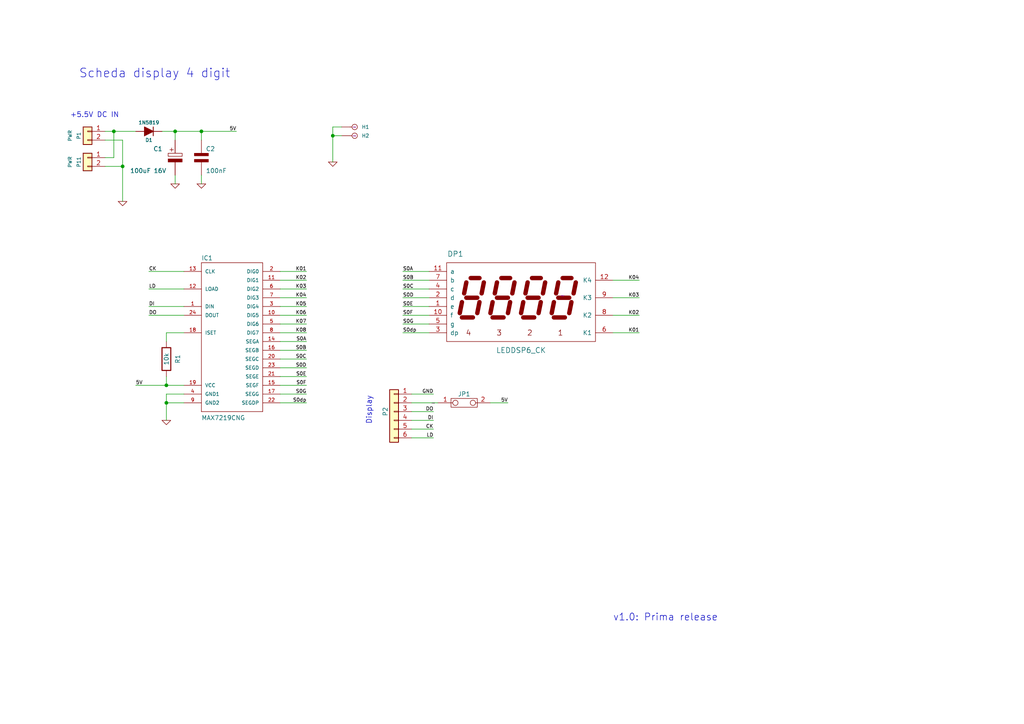
<source format=kicad_sch>
(kicad_sch (version 20210621) (generator eeschema)
  (paper "A4")
  (title_block (date "6 mar 2017") (rev "v1.0"))
  (lib_symbols
    (symbol "Connector_Generic:Conn_01x02" (pin_names (offset 1.016) hide)
      (property "Reference" "J" (at 0 2.54 0))
      (property "Value" "Conn_01x02" (at 0 -5.08 0))
      (symbol "Conn_01x02_1_1"
        (rectangle (start -1.27 -2.413) (end 0 -2.667) (stroke (width 0.1524)))
        (rectangle (start -1.27 0.127) (end 0 -0.127) (stroke (width 0.1524)))
        (rectangle (start -1.27 1.27) (end 1.27 -3.81) (stroke (width 0.254)) (fill (type background)))
        (pin passive line (at -5.08 0 0) (length 3.81) (name "Pin_1") (number "1"))
        (pin passive line (at -5.08 -2.54 0) (length 3.81) (name "Pin_2") (number "2"))
      )
    )
    (symbol "Connector_Generic:Conn_01x06" (pin_names (offset 1.016) hide)
      (property "Reference" "J" (at 0 7.62 0))
      (property "Value" "Conn_01x06" (at 0 -10.16 0))
      (symbol "Conn_01x06_1_1"
        (rectangle (start -1.27 -7.493) (end 0 -7.747) (stroke (width 0.1524)))
        (rectangle (start -1.27 -4.953) (end 0 -5.207) (stroke (width 0.1524)))
        (rectangle (start -1.27 -2.413) (end 0 -2.667) (stroke (width 0.1524)))
        (rectangle (start -1.27 0.127) (end 0 -0.127) (stroke (width 0.1524)))
        (rectangle (start -1.27 2.667) (end 0 2.413) (stroke (width 0.1524)))
        (rectangle (start -1.27 5.207) (end 0 4.953) (stroke (width 0.1524)))
        (rectangle (start -1.27 6.35) (end 1.27 -8.89) (stroke (width 0.254)) (fill (type background)))
        (pin passive line (at -5.08 5.08 0) (length 3.81) (name "Pin_1") (number "1"))
        (pin passive line (at -5.08 2.54 0) (length 3.81) (name "Pin_2") (number "2"))
        (pin passive line (at -5.08 0 0) (length 3.81) (name "Pin_3") (number "3"))
        (pin passive line (at -5.08 -2.54 0) (length 3.81) (name "Pin_4") (number "4"))
        (pin passive line (at -5.08 -5.08 0) (length 3.81) (name "Pin_5") (number "5"))
        (pin passive line (at -5.08 -7.62 0) (length 3.81) (name "Pin_6") (number "6"))
      )
    )
    (symbol "Device:D_Filled" (pin_numbers hide) (pin_names (offset 1.016) hide)
      (property "Reference" "D" (at 0 2.54 0))
      (property "Value" "D_Filled" (at 0 -2.54 0))
      (symbol "D_Filled_0_1"
        (polyline (pts (xy -1.27 1.27) (xy -1.27 -1.27)) (stroke (width 0.254)))
        (polyline (pts (xy 1.27 0) (xy -1.27 0)))
        (polyline (pts (xy 1.27 1.27) (xy 1.27 -1.27) (xy -1.27 0) (xy 1.27 1.27)) (stroke (width 0.254)) (fill (type outline)))
      )
      (symbol "D_Filled_1_1"
        (pin passive line (at -3.81 0 0) (length 2.54) (name "K") (number "1"))
        (pin passive line (at 3.81 0 180) (length 2.54) (name "A") (number "2"))
      )
    )
    (symbol "FSP-Display6-rescue:CONN_1" (pin_numbers hide) (pin_names (offset 0.762) hide)
      (property "Reference" "P" (at 2.032 0 0))
      (symbol "CONN_1_0_1"
        (polyline (pts (xy -0.762 0) (xy -1.27 0)))
        (circle (center 0 0) (radius 0.7874))
      )
      (symbol "CONN_1_1_1"
        (pin passive line (at -3.81 0 0) (length 2.54) (name "1") (number "1"))
      )
    )
    (symbol "FSP-Display6-rescue:GND" (power) (pin_names (offset 0))
      (symbol "GND_0_1"
        (polyline (pts (xy -1.27 0) (xy 0 -1.27) (xy 1.27 0) (xy -1.27 0)))
      )
      (symbol "GND_1_1"
        (pin power_in line (at 0 0 90) (length 0) hide (name "GND") (number "1"))
      )
    )
    (symbol "FSP-Display6-rescue:JUMPER2" (pin_names (offset 1.016))
      (property "Reference" "JP" (at 7.62 3.81 0))
      (property "Value" "JUMPER2" (at 7.62 -3.81 0))
      (symbol "JUMPER2_0_1"
        (rectangle (start 3.81 1.27) (end 11.43 -1.27))
        (circle (center 5.08 0) (radius 0.762))
        (circle (center 10.16 0) (radius 0.762))
      )
      (symbol "JUMPER2_1_1"
        (pin input line (at 0 0 0) (length 4.318) (name "~") (number "1"))
        (pin input line (at 15.24 0 180) (length 4.318) (name "~") (number "2"))
      )
    )
    (symbol "FSP-Display6-rescue:MAX7219CNG" (pin_names (offset 1.016))
      (property "Reference" "IC" (at -10.16 20.955 0))
      (property "Value" "MAX7219CNG" (at -10.16 -25.4 0))
      (symbol "MAX7219CNG_1_0"
        (polyline (pts (xy -10.16 -22.86) (xy 7.62 -22.86)))
        (polyline (pts (xy -10.16 20.32) (xy -10.16 -22.86)))
        (polyline (pts (xy 7.62 -22.86) (xy 7.62 20.32)))
        (polyline (pts (xy 7.62 20.32) (xy -10.16 20.32)))
      )
      (symbol "MAX7219CNG_1_1"
        (pin input line (at -15.24 7.62 0) (length 5.08) (name "DIN") (number "1"))
        (pin output line (at 12.7 5.08 180) (length 5.08) (name "DIG5") (number "10"))
        (pin output line (at 12.7 15.24 180) (length 5.08) (name "DIG1") (number "11"))
        (pin input line (at -15.24 12.7 0) (length 5.08) (name "LOAD") (number "12"))
        (pin input line (at -15.24 17.78 0) (length 5.08) (name "CLK") (number "13"))
        (pin output line (at 12.7 -2.54 180) (length 5.08) (name "SEGA") (number "14"))
        (pin output line (at 12.7 -15.24 180) (length 5.08) (name "SEGF") (number "15"))
        (pin output line (at 12.7 -5.08 180) (length 5.08) (name "SEGB") (number "16"))
        (pin output line (at 12.7 -17.78 180) (length 5.08) (name "SEGG") (number "17"))
        (pin input line (at -15.24 0 0) (length 5.08) (name "ISET") (number "18"))
        (pin power_in line (at -15.24 -15.24 0) (length 5.08) (name "VCC") (number "19"))
        (pin output line (at 12.7 17.78 180) (length 5.08) (name "DIG0") (number "2"))
        (pin output line (at 12.7 -7.62 180) (length 5.08) (name "SEGC") (number "20"))
        (pin output line (at 12.7 -12.7 180) (length 5.08) (name "SEGE") (number "21"))
        (pin output line (at 12.7 -20.32 180) (length 5.08) (name "SEGDP") (number "22"))
        (pin output line (at 12.7 -10.16 180) (length 5.08) (name "SEGD") (number "23"))
        (pin output line (at -15.24 5.08 0) (length 5.08) (name "DOUT") (number "24"))
        (pin output line (at 12.7 7.62 180) (length 5.08) (name "DIG4") (number "3"))
        (pin power_in line (at -15.24 -17.78 0) (length 5.08) (name "GND1") (number "4"))
        (pin output line (at 12.7 2.54 180) (length 5.08) (name "DIG6") (number "5"))
        (pin output line (at 12.7 12.7 180) (length 5.08) (name "DIG2") (number "6"))
        (pin output line (at 12.7 10.16 180) (length 5.08) (name "DIG3") (number "7"))
        (pin output line (at 12.7 0 180) (length 5.08) (name "DIG7") (number "8"))
        (pin power_in line (at -15.24 -20.32 0) (length 5.08) (name "GND2") (number "9"))
      )
    )
    (symbol "FSP-Display6-rescue:R" (pin_numbers hide) (pin_names (offset 0))
      (property "Reference" "R" (at 3.302 0 90))
      (property "Value" "R" (at 0 0 90))
      (symbol "R_0_1"
        (rectangle (start -1.27 3.302) (end 1.27 -3.302) (stroke (width 0.3048)))
      )
      (symbol "R_1_1"
        (pin passive line (at 0 5.08 270) (length 1.778) (name "~") (number "1"))
        (pin passive line (at 0 -5.08 90) (length 1.778) (name "~") (number "2"))
      )
    )
    (symbol "GCC_device:C" (pin_numbers hide) (pin_names (offset 0.254))
      (property "Reference" "C" (at 1.27 2.54 0))
      (property "Value" "C" (at 1.27 -2.54 0))
      (symbol "C_0_1"
        (rectangle (start -2.032 -0.508) (end 2.032 -1.27) (fill (type outline)))
        (rectangle (start -2.032 1.27) (end 2.032 0.508) (fill (type outline)))
      )
      (symbol "C_1_1"
        (pin passive line (at 0 5.08 270) (length 3.81) (name "~") (number "1"))
        (pin passive line (at 0 -5.08 90) (length 3.81) (name "~") (number "2"))
      )
    )
    (symbol "GCC_device:CAPAPOL" (pin_numbers hide) (pin_names (offset 0.254) hide)
      (property "Reference" "C" (at 1.27 2.54 0))
      (property "Value" "CAPAPOL" (at 1.27 -2.54 0))
      (symbol "CAPAPOL_0_1"
        (rectangle (start -2.032 -0.381) (end 2.032 -1.27) (fill (type outline)))
        (rectangle (start -2.032 1.27) (end 2.032 0.381))
        (polyline (pts (xy -1.524 2.286) (xy -0.508 2.286) (xy -0.508 2.286)))
        (polyline (pts (xy -1.016 2.794) (xy -1.016 1.778) (xy -1.016 2.032)))
      )
      (symbol "CAPAPOL_1_1"
        (pin passive line (at 0 5.08 270) (length 3.81) (name "~") (number "1"))
        (pin passive line (at 0 -5.08 90) (length 3.81) (name "~") (number "2"))
      )
    )
    (symbol "GCC_display:LEDDSP4_CK_6+6" (pin_names (offset 1.016))
      (property "Reference" "S" (at -20.32 11.43 0))
      (property "Value" "LEDDSP4_CK_6+6" (at 0 -15.24 0))
      (symbol "LEDDSP4_CK_6+6_0_0"
        (text "1" (at 11.43 -10.16 0) (effects (font (size 1.524 1.524))))
        (text "2" (at 2.54 -10.16 0) (effects (font (size 1.524 1.524))))
        (text "3" (at -6.35 -10.16 0) (effects (font (size 1.524 1.524))))
        (text "4" (at -15.24 -10.16 0) (effects (font (size 1.524 1.524))))
      )
      (symbol "LEDDSP4_CK_6+6_0_1"
        (rectangle (start -21.59 10.16) (end 21.59 -12.7))
        (polyline (pts (xy -17.145 -5.715) (xy -13.97 -5.715)) (stroke (width 1.27)))
        (polyline (pts (xy -17.145 -1.27) (xy -17.78 -4.445)) (stroke (width 1.27)))
        (polyline (pts (xy -16.51 1.27) (xy -15.875 4.445)) (stroke (width 1.27)))
        (polyline (pts (xy -15.875 0) (xy -12.7 0)) (stroke (width 1.27)))
        (polyline (pts (xy -14.605 5.715) (xy -12.065 5.715)) (stroke (width 1.27)))
        (polyline (pts (xy -12.065 -1.27) (xy -12.7 -4.445)) (stroke (width 1.27)))
        (polyline (pts (xy -11.43 -5.715) (xy -11.43 -5.715)) (stroke (width 1.27)))
        (polyline (pts (xy -11.43 1.27) (xy -10.795 4.445)) (stroke (width 1.27)))
        (polyline (pts (xy -8.255 -5.715) (xy -5.08 -5.715)) (stroke (width 1.27)))
        (polyline (pts (xy -8.255 -1.27) (xy -8.89 -4.445)) (stroke (width 1.27)))
        (polyline (pts (xy -7.62 1.27) (xy -6.985 4.445)) (stroke (width 1.27)))
        (polyline (pts (xy -6.985 0) (xy -3.81 0)) (stroke (width 1.27)))
        (polyline (pts (xy -5.715 5.715) (xy -3.175 5.715)) (stroke (width 1.27)))
        (polyline (pts (xy -3.175 -1.27) (xy -3.81 -4.445)) (stroke (width 1.27)))
        (polyline (pts (xy -2.54 -5.715) (xy -2.54 -5.715)) (stroke (width 1.27)))
        (polyline (pts (xy -2.54 1.27) (xy -1.905 4.445)) (stroke (width 1.27)))
        (polyline (pts (xy 0.635 -5.715) (xy 3.81 -5.715)) (stroke (width 1.27)))
        (polyline (pts (xy 0.635 -1.27) (xy 0 -4.445)) (stroke (width 1.27)))
        (polyline (pts (xy 1.27 1.27) (xy 1.905 4.445)) (stroke (width 1.27)))
        (polyline (pts (xy 1.905 0) (xy 5.08 0)) (stroke (width 1.27)))
        (polyline (pts (xy 3.175 5.715) (xy 5.715 5.715)) (stroke (width 1.27)))
        (polyline (pts (xy 5.715 -1.27) (xy 5.08 -4.445)) (stroke (width 1.27)))
        (polyline (pts (xy 6.35 -5.715) (xy 6.35 -5.715)) (stroke (width 1.27)))
        (polyline (pts (xy 6.35 1.27) (xy 6.985 4.445)) (stroke (width 1.27)))
        (polyline (pts (xy 9.525 -5.715) (xy 12.7 -5.715)) (stroke (width 1.27)))
        (polyline (pts (xy 9.525 -1.27) (xy 8.89 -4.445)) (stroke (width 1.27)))
        (polyline (pts (xy 10.16 1.27) (xy 10.795 4.445)) (stroke (width 1.27)))
        (polyline (pts (xy 10.795 0) (xy 13.97 0)) (stroke (width 1.27)))
        (polyline (pts (xy 12.065 5.715) (xy 14.605 5.715)) (stroke (width 1.27)))
        (polyline (pts (xy 14.605 -1.27) (xy 13.97 -4.445)) (stroke (width 1.27)))
        (polyline (pts (xy 15.24 -5.715) (xy 15.24 -5.715)) (stroke (width 1.27)))
        (polyline (pts (xy 15.24 1.27) (xy 15.875 4.445)) (stroke (width 1.27)))
      )
      (symbol "LEDDSP4_CK_6+6_1_1"
        (pin passive line (at -26.67 -2.54 0) (length 5.08) (name "e") (number "1"))
        (pin passive line (at -26.67 -5.08 0) (length 5.08) (name "f") (number "10"))
        (pin passive line (at -26.67 7.62 0) (length 5.08) (name "a") (number "11"))
        (pin passive line (at 26.67 5.08 180) (length 5.08) (name "K4") (number "12"))
        (pin passive line (at -26.67 0 0) (length 5.08) (name "d") (number "2"))
        (pin passive line (at -26.67 -10.16 0) (length 5.08) (name "dp") (number "3"))
        (pin passive line (at -26.67 2.54 0) (length 5.08) (name "c") (number "4"))
        (pin passive line (at -26.67 -7.62 0) (length 5.08) (name "g") (number "5"))
        (pin passive line (at 26.67 -10.16 180) (length 5.08) (name "K1") (number "6"))
        (pin passive line (at -26.67 5.08 0) (length 5.08) (name "b") (number "7"))
        (pin passive line (at 26.67 -5.08 180) (length 5.08) (name "K2") (number "8"))
        (pin passive line (at 26.67 0 180) (length 5.08) (name "K3") (number "9"))
      )
    )
  )
  (junction (at 33.02 38.1))
  (junction (at 35.56 48.26))
  (junction (at 48.26 111.76))
  (junction (at 48.26 116.84))
  (junction (at 50.8 38.1))
  (junction (at 58.42 38.1))
  (junction (at 96.52 39.37))
  (wire (pts (xy 30.48 38.1) (xy 33.02 38.1)))
  (wire (pts (xy 30.48 45.72) (xy 33.02 45.72)))
  (wire (pts (xy 30.48 48.26) (xy 35.56 48.26)))
  (wire (pts (xy 33.02 38.1) (xy 39.37 38.1)))
  (wire (pts (xy 33.02 45.72) (xy 33.02 38.1)))
  (wire (pts (xy 35.56 40.64) (xy 30.48 40.64)))
  (wire (pts (xy 35.56 40.64) (xy 35.56 48.26)))
  (wire (pts (xy 35.56 48.26) (xy 35.56 58.42)))
  (wire (pts (xy 39.37 111.76) (xy 48.26 111.76)))
  (wire (pts (xy 46.99 38.1) (xy 50.8 38.1)))
  (wire (pts (xy 48.26 96.52) (xy 48.26 99.06)))
  (wire (pts (xy 48.26 109.22) (xy 48.26 111.76)))
  (wire (pts (xy 48.26 111.76) (xy 53.34 111.76)))
  (wire (pts (xy 48.26 114.3) (xy 48.26 116.84)))
  (wire (pts (xy 48.26 116.84) (xy 48.26 121.92)))
  (wire (pts (xy 48.26 116.84) (xy 53.34 116.84)))
  (wire (pts (xy 50.8 38.1) (xy 50.8 40.64)))
  (wire (pts (xy 50.8 38.1) (xy 58.42 38.1)))
  (wire (pts (xy 50.8 50.8) (xy 50.8 53.34)))
  (wire (pts (xy 53.34 78.74) (xy 43.18 78.74)))
  (wire (pts (xy 53.34 83.82) (xy 43.18 83.82)))
  (wire (pts (xy 53.34 88.9) (xy 43.18 88.9)))
  (wire (pts (xy 53.34 91.44) (xy 43.18 91.44)))
  (wire (pts (xy 53.34 96.52) (xy 48.26 96.52)))
  (wire (pts (xy 53.34 114.3) (xy 48.26 114.3)))
  (wire (pts (xy 58.42 38.1) (xy 58.42 40.64)))
  (wire (pts (xy 58.42 38.1) (xy 68.58 38.1)))
  (wire (pts (xy 58.42 50.8) (xy 58.42 53.34)))
  (wire (pts (xy 81.28 78.74) (xy 88.9 78.74)))
  (wire (pts (xy 81.28 81.28) (xy 88.9 81.28)))
  (wire (pts (xy 81.28 83.82) (xy 88.9 83.82)))
  (wire (pts (xy 81.28 86.36) (xy 88.9 86.36)))
  (wire (pts (xy 81.28 88.9) (xy 88.9 88.9)))
  (wire (pts (xy 81.28 91.44) (xy 88.9 91.44)))
  (wire (pts (xy 81.28 93.98) (xy 88.9 93.98)))
  (wire (pts (xy 81.28 96.52) (xy 88.9 96.52)))
  (wire (pts (xy 81.28 99.06) (xy 88.9 99.06)))
  (wire (pts (xy 81.28 101.6) (xy 88.9 101.6)))
  (wire (pts (xy 81.28 104.14) (xy 88.9 104.14)))
  (wire (pts (xy 81.28 106.68) (xy 88.9 106.68)))
  (wire (pts (xy 81.28 109.22) (xy 88.9 109.22)))
  (wire (pts (xy 81.28 111.76) (xy 88.9 111.76)))
  (wire (pts (xy 81.28 114.3) (xy 88.9 114.3)))
  (wire (pts (xy 81.28 116.84) (xy 88.9 116.84)))
  (wire (pts (xy 96.52 36.83) (xy 96.52 39.37)))
  (wire (pts (xy 96.52 39.37) (xy 96.52 46.99)))
  (wire (pts (xy 96.52 39.37) (xy 99.06 39.37)))
  (wire (pts (xy 99.06 36.83) (xy 96.52 36.83)))
  (wire (pts (xy 116.84 78.74) (xy 124.46 78.74)))
  (wire (pts (xy 116.84 81.28) (xy 124.46 81.28)))
  (wire (pts (xy 116.84 83.82) (xy 124.46 83.82)))
  (wire (pts (xy 116.84 86.36) (xy 124.46 86.36)))
  (wire (pts (xy 116.84 88.9) (xy 124.46 88.9)))
  (wire (pts (xy 116.84 91.44) (xy 124.46 91.44)))
  (wire (pts (xy 116.84 93.98) (xy 124.46 93.98)))
  (wire (pts (xy 116.84 96.52) (xy 124.46 96.52)))
  (wire (pts (xy 119.38 116.84) (xy 127 116.84)))
  (wire (pts (xy 119.38 124.46) (xy 125.73 124.46)))
  (wire (pts (xy 125.73 114.3) (xy 119.38 114.3)))
  (wire (pts (xy 125.73 119.38) (xy 119.38 119.38)))
  (wire (pts (xy 125.73 121.92) (xy 119.38 121.92)))
  (wire (pts (xy 125.73 127) (xy 119.38 127)))
  (wire (pts (xy 142.24 116.84) (xy 147.32 116.84)))
  (wire (pts (xy 177.8 81.28) (xy 185.42 81.28)))
  (wire (pts (xy 177.8 86.36) (xy 185.42 86.36)))
  (wire (pts (xy 177.8 91.44) (xy 185.42 91.44)))
  (wire (pts (xy 177.8 96.52) (xy 185.42 96.52)))
  (text "+5.5V DC IN" (at 20.32 34.29 0) (effects (font (size 1.4732 1.4732)) (justify left bottom)))
  (text "Scheda display 4 digit" (at 22.86 22.86 0) (effects (font (size 2.54 2.54)) (justify left bottom)))
  (text "Display" (at 107.95 123.19 90) (effects (font (size 1.524 1.524)) (justify left bottom)))
  (text "v1.0: Prima release" (at 177.8 180.34 0) (effects (font (size 2.032 2.032)) (justify left bottom)))
  (label "5V" (at 39.37 111.76 0) (effects (font (size 1.016 1.016))))
  (label "CK" (at 43.18 78.74 0) (effects (font (size 1.016 1.016))))
  (label "LD" (at 43.18 83.82 0) (effects (font (size 1.016 1.016))))
  (label "DI" (at 43.18 88.9 0) (effects (font (size 1.016 1.016))))
  (label "DO" (at 43.18 91.44 0) (effects (font (size 1.016 1.016))))
  (label "5V" (at 68.58 38.1 180) (effects (font (size 1.016 1.016))))
  (label "K01" (at 88.9 78.74 180) (effects (font (size 1.016 1.016))))
  (label "K02" (at 88.9 81.28 180) (effects (font (size 1.016 1.016))))
  (label "K03" (at 88.9 83.82 180) (effects (font (size 1.016 1.016))))
  (label "K04" (at 88.9 86.36 180) (effects (font (size 1.016 1.016))))
  (label "K05" (at 88.9 88.9 180) (effects (font (size 1.016 1.016))))
  (label "K06" (at 88.9 91.44 180) (effects (font (size 1.016 1.016))))
  (label "K07" (at 88.9 93.98 180) (effects (font (size 1.016 1.016))))
  (label "K08" (at 88.9 96.52 180) (effects (font (size 1.016 1.016))))
  (label "S0A" (at 88.9 99.06 180) (effects (font (size 1.016 1.016))))
  (label "S0B" (at 88.9 101.6 180) (effects (font (size 1.016 1.016))))
  (label "S0C" (at 88.9 104.14 180) (effects (font (size 1.016 1.016))))
  (label "S0D" (at 88.9 106.68 180) (effects (font (size 1.016 1.016))))
  (label "S0E" (at 88.9 109.22 180) (effects (font (size 1.016 1.016))))
  (label "S0F" (at 88.9 111.76 180) (effects (font (size 1.016 1.016))))
  (label "S0G" (at 88.9 114.3 180) (effects (font (size 1.016 1.016))))
  (label "S0dp" (at 88.9 116.84 180) (effects (font (size 1.016 1.016))))
  (label "S0A" (at 116.84 78.74 0) (effects (font (size 1.016 1.016))))
  (label "S0B" (at 116.84 81.28 0) (effects (font (size 1.016 1.016))))
  (label "S0C" (at 116.84 83.82 0) (effects (font (size 1.016 1.016))))
  (label "S0D" (at 116.84 86.36 0) (effects (font (size 1.016 1.016))))
  (label "S0E" (at 116.84 88.9 0) (effects (font (size 1.016 1.016))))
  (label "S0F" (at 116.84 91.44 0) (effects (font (size 1.016 1.016))))
  (label "S0G" (at 116.84 93.98 0) (effects (font (size 1.016 1.016))))
  (label "S0dp" (at 116.84 96.52 0) (effects (font (size 1.016 1.016))))
  (label "GND" (at 125.73 114.3 180) (effects (font (size 1.016 1.016))))
  (label "DO" (at 125.73 119.38 180) (effects (font (size 1.016 1.016))))
  (label "DI" (at 125.73 121.92 180) (effects (font (size 1.016 1.016))))
  (label "CK" (at 125.73 124.46 180) (effects (font (size 1.016 1.016))))
  (label "LD" (at 125.73 127 180) (effects (font (size 1.016 1.016))))
  (label "5V" (at 147.32 116.84 180) (effects (font (size 1.016 1.016))))
  (label "K04" (at 185.42 81.28 180) (effects (font (size 1.016 1.016))))
  (label "K03" (at 185.42 86.36 180) (effects (font (size 1.016 1.016))))
  (label "K02" (at 185.42 91.44 180) (effects (font (size 1.016 1.016))))
  (label "K01" (at 185.42 96.52 180) (effects (font (size 1.016 1.016))))
  (symbol (lib_id "FSP-Display6-rescue:GND") (at 35.56 58.42 0) (unit 1)
    (property "Reference" "#PWR03" (effects hide))
    (property "Value" "GND" (effects hide))
  )
  (symbol (lib_id "FSP-Display6-rescue:GND") (at 48.26 121.92 0) (unit 1)
    (property "Reference" "#PWR05" (effects hide))
    (property "Value" "GND" (effects hide))
  )
  (symbol (lib_id "FSP-Display6-rescue:GND") (at 50.8 53.34 0) (unit 1)
    (property "Reference" "#PWR01" (effects hide))
    (property "Value" "GND" (effects hide))
  )
  (symbol (lib_id "FSP-Display6-rescue:GND") (at 58.42 53.34 0) (unit 1)
    (property "Reference" "#PWR02" (effects hide))
    (property "Value" "GND" (effects hide))
  )
  (symbol (lib_id "FSP-Display6-rescue:GND") (at 96.52 46.99 0) (unit 1)
    (property "Reference" "#PWR0101" (effects hide))
    (property "Value" "GND" (effects hide))
  )
  (symbol (lib_id "FSP-Display6-rescue:CONN_1") (at 102.87 36.83 0) (unit 1)
    (property "Reference" "H1" (at 104.902 36.83 0) (effects (font (size 1.016 1.016)) (justify left)))
    (property "Value" "CONN_1" (effects hide))
    (property "Footprint" "MountingHole:MountingHole_3.2mm_M3" (effects hide))
    (property "Datasheet" "~" (at 102.87 36.83 0) (effects (font (size 1.524 1.524))))
  )
  (symbol (lib_id "FSP-Display6-rescue:CONN_1") (at 102.87 39.37 0) (unit 1)
    (property "Reference" "H2" (at 104.902 39.37 0) (effects (font (size 1.016 1.016)) (justify left)))
    (property "Value" "CONN_1" (effects hide))
    (property "Footprint" "MountingHole:MountingHole_3.2mm_M3" (effects hide))
    (property "Datasheet" "~" (at 102.87 39.37 0) (effects (font (size 1.524 1.524))))
  )
  (symbol (lib_id "Device:D_Filled") (at 43.18 38.1 180) (unit 1)
    (property "Reference" "D1" (at 43.18 40.64 0) (effects (font (size 1.016 1.016))))
    (property "Value" "1N5819" (at 43.18 35.56 0) (effects (font (size 1.016 1.016))))
    (property "Footprint" "Diode_SMD:D_SMA_Handsoldering" (effects hide))
  )
  (symbol (lib_id "FSP-Display6-rescue:R") (at 48.26 104.14 0) (unit 1)
    (property "Reference" "R1" (at 51.562 104.14 90))
    (property "Value" "10k" (at 48.26 104.14 90))
    (property "Footprint" "Resistor_THT:R_Axial_DIN0207_L6.3mm_D2.5mm_P10.16mm_Horizontal" (effects hide))
  )
  (symbol (lib_id "Connector_Generic:Conn_01x02") (at 25.4 38.1 0) (mirror y) (unit 1)
    (property "Reference" "P1" (at 22.86 39.37 90) (effects (font (size 1.016 1.016))))
    (property "Value" "PWR" (at 20.32 39.37 90) (effects (font (size 1.016 1.016))))
    (property "Footprint" "Connector_PinHeader_2.54mm:PinHeader_1x02_P2.54mm_Vertical" (effects hide))
  )
  (symbol (lib_id "Connector_Generic:Conn_01x02") (at 25.4 45.72 0) (mirror y) (unit 1)
    (property "Reference" "P11" (at 22.86 46.99 90) (effects (font (size 1.016 1.016))))
    (property "Value" "PWR" (at 20.32 46.99 90) (effects (font (size 1.016 1.016))))
    (property "Footprint" "GCC_Headers:HDR2-3.50+3.81mm" (effects hide))
  )
  (symbol (lib_id "FSP-Display6-rescue:JUMPER2") (at 127 116.84 0) (unit 1)
    (property "Reference" "JP1" (at 134.62 114.3 0))
    (property "Value" "JUMPER2" (effects hide))
    (property "Footprint" "Jumper:SolderJumper-2_P1.3mm_Bridged_RoundedPad1.0x1.5mm" (effects hide))
    (property "Datasheet" "~" (at 125.73 116.84 0) (effects (font (size 1.524 1.524))))
  )
  (symbol (lib_id "GCC_device:CAPAPOL") (at 50.8 45.72 0) (unit 1)
    (property "Reference" "C1" (at 44.45 43.18 0) (effects (justify left)))
    (property "Value" "100uF 16V" (at 48.26 49.53 0) (effects (justify right)))
    (property "Footprint" "Capacitor_THT:CP_Radial_D4.0mm_P2.00mm" (effects hide))
  )
  (symbol (lib_id "GCC_device:C") (at 58.42 45.72 0) (unit 1)
    (property "Reference" "C2" (at 59.69 43.18 0) (effects (justify left)))
    (property "Value" "100nF" (at 59.69 49.53 0) (effects (justify left)))
    (property "Footprint" "Capacitor_SMD:C_1206_3216Metric_Pad1.33x1.80mm_HandSolder" (effects hide))
  )
  (symbol (lib_id "Connector_Generic:Conn_01x06") (at 114.3 119.38 0) (mirror y) (unit 1)
    (property "Reference" "P2" (at 111.76 119.38 90))
    (property "Value" "CONN-6" (effects hide))
    (property "Footprint" "Connector_PinHeader_2.54mm:PinHeader_1x06_P2.54mm_Vertical" (effects hide))
  )
  (symbol (lib_id "FSP-Display6-rescue:MAX7219CNG") (at 68.58 96.52 0) (unit 1)
    (property "Reference" "IC1" (at 58.42 75.565 0) (effects (justify left bottom)))
    (property "Value" "MAX7219CNG" (at 58.42 121.92 0) (effects (justify left bottom)))
    (property "Footprint" "Package_DIP:DIP-24_W7.62mm" (effects hide))
  )
  (symbol (lib_id "GCC_display:LEDDSP4_CK_6+6") (at 151.13 86.36 0) (unit 1)
    (property "Reference" "DP1" (at 132.08 73.66 0) (effects (font (size 1.524 1.524))))
    (property "Value" "LEDDSP6_CK" (at 151.13 101.6 0) (effects (font (size 1.524 1.524))))
    (property "Footprint" "GCC_Display:Disp7s4x_036" (effects hide))
    (property "Datasheet" "~" (at 163.195 85.725 0) (effects (font (size 1.524 1.524))))
  )
)
</source>
